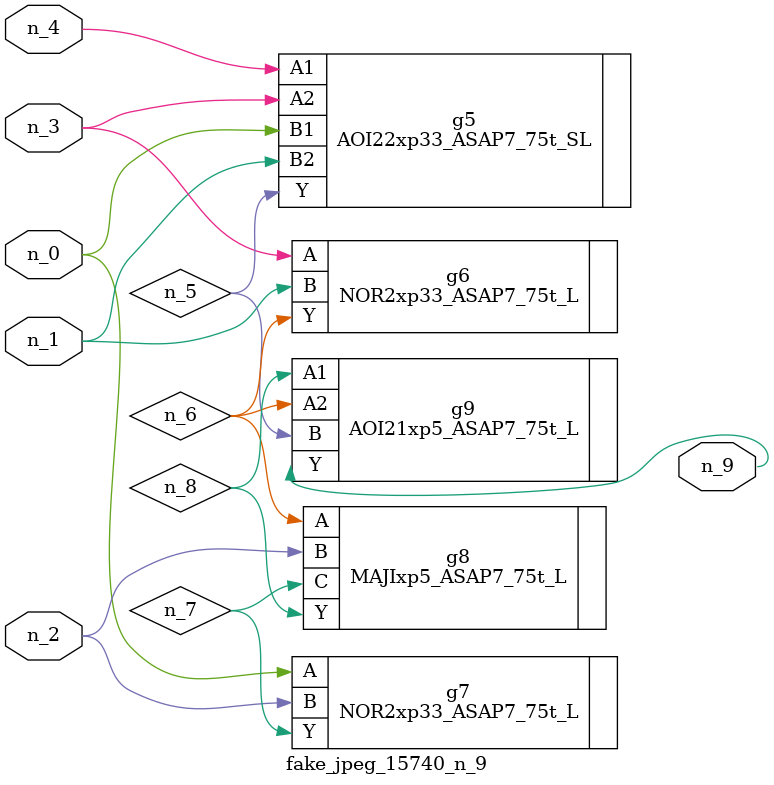
<source format=v>
module fake_jpeg_15740_n_9 (n_3, n_2, n_1, n_0, n_4, n_9);

input n_3;
input n_2;
input n_1;
input n_0;
input n_4;

output n_9;

wire n_8;
wire n_6;
wire n_5;
wire n_7;

AOI22xp33_ASAP7_75t_SL g5 ( 
.A1(n_4),
.A2(n_3),
.B1(n_0),
.B2(n_1),
.Y(n_5)
);

NOR2xp33_ASAP7_75t_L g6 ( 
.A(n_3),
.B(n_1),
.Y(n_6)
);

NOR2xp33_ASAP7_75t_L g7 ( 
.A(n_0),
.B(n_2),
.Y(n_7)
);

MAJIxp5_ASAP7_75t_L g8 ( 
.A(n_6),
.B(n_2),
.C(n_7),
.Y(n_8)
);

AOI21xp5_ASAP7_75t_L g9 ( 
.A1(n_8),
.A2(n_6),
.B(n_5),
.Y(n_9)
);


endmodule
</source>
